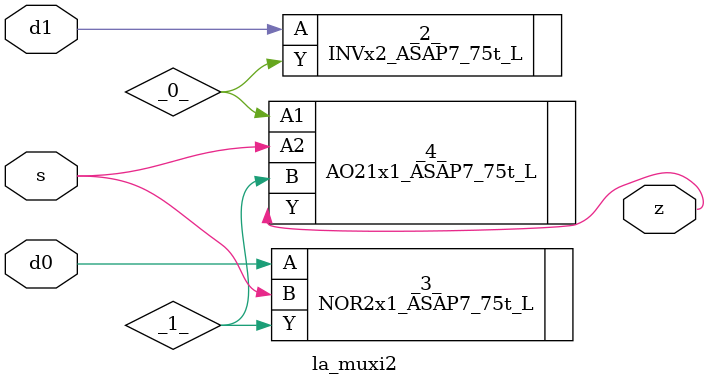
<source format=v>
/* Generated by Yosys 0.37 (git sha1 a5c7f69ed, clang 14.0.0-1ubuntu1.1 -fPIC -Os) */

module la_muxi2(d0, d1, s, z);
  wire _0_;
  wire _1_;
  input d0;
  wire d0;
  input d1;
  wire d1;
  input s;
  wire s;
  output z;
  wire z;
  INVx2_ASAP7_75t_L _2_ (
    .A(d1),
    .Y(_0_)
  );
  NOR2x1_ASAP7_75t_L _3_ (
    .A(d0),
    .B(s),
    .Y(_1_)
  );
  AO21x1_ASAP7_75t_L _4_ (
    .A1(_0_),
    .A2(s),
    .B(_1_),
    .Y(z)
  );
endmodule

</source>
